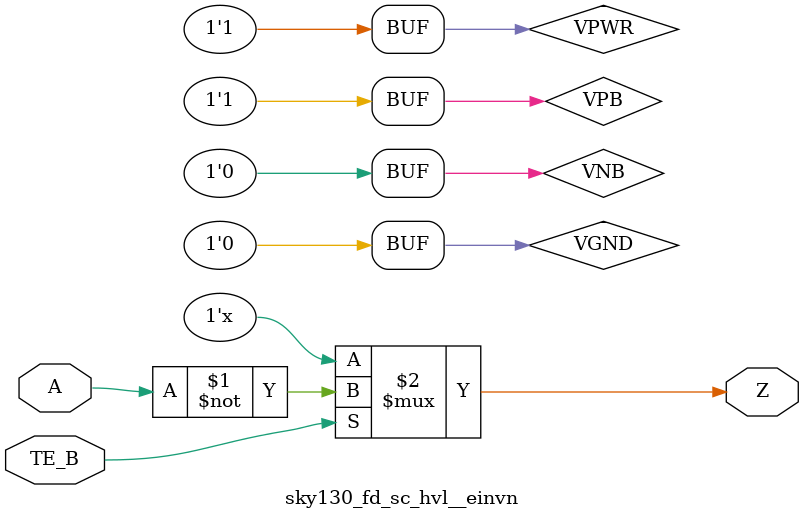
<source format=v>
/*
 * Copyright 2020 The SkyWater PDK Authors
 *
 * Licensed under the Apache License, Version 2.0 (the "License");
 * you may not use this file except in compliance with the License.
 * You may obtain a copy of the License at
 *
 *     https://www.apache.org/licenses/LICENSE-2.0
 *
 * Unless required by applicable law or agreed to in writing, software
 * distributed under the License is distributed on an "AS IS" BASIS,
 * WITHOUT WARRANTIES OR CONDITIONS OF ANY KIND, either express or implied.
 * See the License for the specific language governing permissions and
 * limitations under the License.
 *
 * SPDX-License-Identifier: Apache-2.0
*/


`ifndef SKY130_FD_SC_HVL__EINVN_BEHAVIORAL_V
`define SKY130_FD_SC_HVL__EINVN_BEHAVIORAL_V

/**
 * einvn: Tri-state inverter, negative enable.
 *
 * Verilog simulation functional model.
 */

`timescale 1ns / 1ps
`default_nettype none

`celldefine
module sky130_fd_sc_hvl__einvn (
    Z   ,
    A   ,
    TE_B
);

    // Module ports
    output Z   ;
    input  A   ;
    input  TE_B;

    // Module supplies
    supply1 VPWR;
    supply0 VGND;
    supply1 VPB ;
    supply0 VNB ;

    //     Name     Output  Other arguments
    notif0 notif00 (Z     , A, TE_B        );

endmodule
`endcelldefine

`default_nettype wire
`endif  // SKY130_FD_SC_HVL__EINVN_BEHAVIORAL_V
</source>
